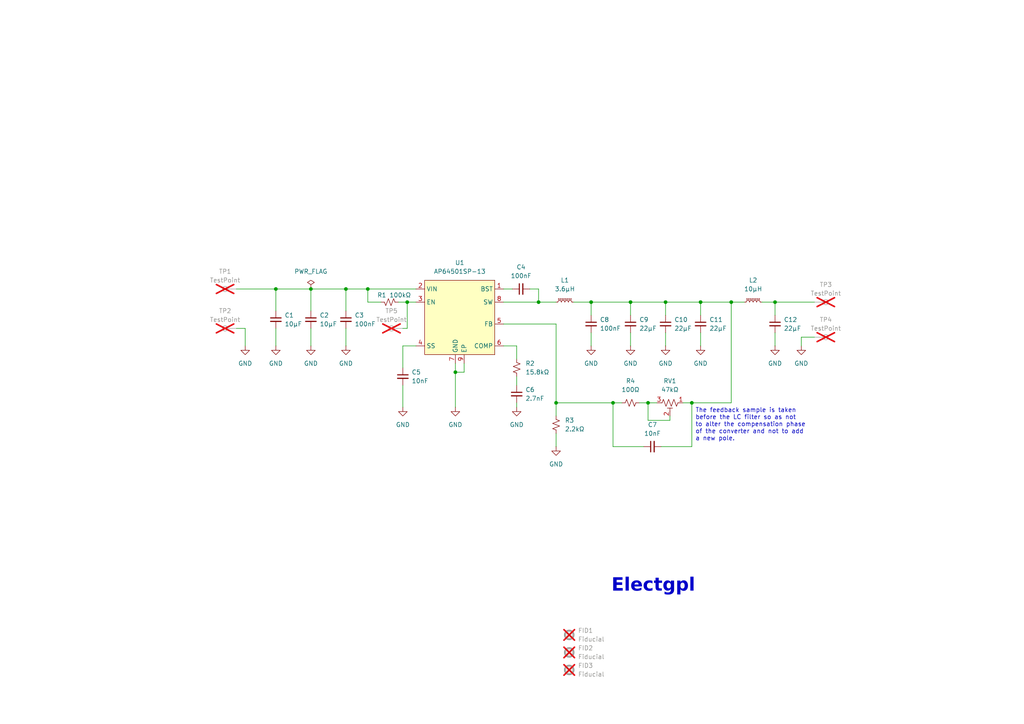
<source format=kicad_sch>
(kicad_sch (version 20250114) (generator "eeschema") (generator_version "9.0")
  (paper "A4")
  (title_block (title "EMI Spread Spectrum DCDC 5A Buck Converter") (date "2025-08-13") (rev "1.0") (company "Electgpl"))
  (lib_symbols
    (symbol "Connector:TestPoint" (pin_numbers (hide yes)) (pin_names (offset 0.762) (hide yes))
      (property "Reference" "TP" (at 0 6.858 0))
      (property "Value" "TestPoint" (at 0 5.08 0))
      (symbol "TestPoint_0_1"
        (circle (center 0 3.302) (radius 0.762))
      )
      (symbol "TestPoint_1_1"
        (pin passive line (at 0 0 90) (length 2.54) (name "1") (number "1"))
      )
    )
    (symbol "Device:C_Small" (pin_numbers (hide yes)) (pin_names (offset 0.254) (hide yes))
      (property "Reference" "C" (at 0.254 1.778 0))
      (property "Value" "C_Small" (at 0.254 -2.032 0))
      (symbol "C_Small_0_1"
        (polyline (pts (xy -1.524 0.508) (xy 1.524 0.508)) (stroke (width 0.3048)))
        (polyline (pts (xy -1.524 -0.508) (xy 1.524 -0.508)) (stroke (width 0.3302)))
      )
      (symbol "C_Small_1_1"
        (pin passive line (at 0 2.54 270) (length 2.032) (name "~") (number "1"))
        (pin passive line (at 0 -2.54 90) (length 2.032) (name "~") (number "2"))
      )
    )
    (symbol "Device:L_Ferrite_Small" (pin_numbers (hide yes)) (pin_names (offset 0.254) (hide yes))
      (property "Reference" "L" (at 1.27 1.016 0))
      (property "Value" "L_Ferrite_Small" (at 1.27 -1.27 0))
      (symbol "L_Ferrite_Small_0_1"
        (arc (start 0 2.032) (mid 0.5058 1.524) (end 0 1.016))
        (arc (start 0 1.016) (mid 0.5058 0.508) (end 0 0))
        (arc (start 0 0) (mid 0.5058 -0.508) (end 0 -1.016))
        (arc (start 0 -1.016) (mid 0.5058 -1.524) (end 0 -2.032))
        (polyline (pts (xy 0.762 1.651) (xy 0.762 1.905)))
        (polyline (pts (xy 0.762 1.143) (xy 0.762 1.397)))
        (polyline (pts (xy 0.762 0.635) (xy 0.762 0.889)))
        (polyline (pts (xy 0.762 0.127) (xy 0.762 0.381)))
        (polyline (pts (xy 0.762 -0.381) (xy 0.762 -0.127)))
        (polyline (pts (xy 0.762 -0.889) (xy 0.762 -0.635)))
        (polyline (pts (xy 0.762 -1.397) (xy 0.762 -1.143)))
        (polyline (pts (xy 0.762 -1.905) (xy 0.762 -1.651)))
        (polyline (pts (xy 1.016 1.905) (xy 1.016 1.651)))
        (polyline (pts (xy 1.016 1.397) (xy 1.016 1.143)))
        (polyline (pts (xy 1.016 0.889) (xy 1.016 0.635)))
        (polyline (pts (xy 1.016 0.381) (xy 1.016 0.127)))
        (polyline (pts (xy 1.016 -0.127) (xy 1.016 -0.381)))
        (polyline (pts (xy 1.016 -0.635) (xy 1.016 -0.889)))
        (polyline (pts (xy 1.016 -1.143) (xy 1.016 -1.397)))
        (polyline (pts (xy 1.016 -1.651) (xy 1.016 -1.905)))
      )
      (symbol "L_Ferrite_Small_1_1"
        (pin passive line (at 0 2.54 270) (length 0.508) (name "~") (number "1"))
        (pin passive line (at 0 -2.54 90) (length 0.508) (name "~") (number "2"))
      )
    )
    (symbol "Device:R_Potentiometer_Trim_US" (pin_names (offset 1.016) (hide yes))
      (property "Reference" "RV" (at -4.445 0 90))
      (property "Value" "R_Potentiometer_Trim_US" (at -2.54 0 90))
      (symbol "R_Potentiometer_Trim_US_0_1"
        (polyline (pts (xy 0 2.286) (xy 0 2.54)))
        (polyline (pts (xy 0 2.286) (xy 1.016 1.905) (xy 0 1.524) (xy -1.016 1.143) (xy 0 0.762)))
        (polyline (pts (xy 0 0.762) (xy 1.016 0.381) (xy 0 0) (xy -1.016 -0.381) (xy 0 -0.762)))
        (polyline (pts (xy 0 -0.762) (xy 1.016 -1.143) (xy 0 -1.524) (xy -1.016 -1.905) (xy 0 -2.286)))
        (polyline (pts (xy 0 -2.286) (xy 0 -2.54)))
        (polyline (pts (xy 1.524 0.762) (xy 1.524 -0.762)))
        (polyline (pts (xy 2.54 0) (xy 1.524 0)))
      )
      (symbol "R_Potentiometer_Trim_US_1_1"
        (pin passive line (at 0 3.81 270) (length 1.27) (name "1") (number "1"))
        (pin passive line (at 0 -3.81 90) (length 1.27) (name "3") (number "3"))
        (pin passive line (at 3.81 0 180) (length 1.27) (name "2") (number "2"))
      )
    )
    (symbol "Device:R_Small_US" (pin_numbers (hide yes)) (pin_names (offset 0.254) (hide yes))
      (property "Reference" "R" (at 0.762 0.508 0))
      (property "Value" "R_Small_US" (at 0.762 -1.016 0))
      (symbol "R_Small_US_1_1"
        (polyline (pts (xy 0 1.524) (xy 1.016 1.143) (xy 0 0.762) (xy -1.016 0.381) (xy 0 0)))
        (polyline (pts (xy 0 0) (xy 1.016 -0.381) (xy 0 -0.762) (xy -1.016 -1.143) (xy 0 -1.524)))
        (pin passive line (at 0 2.54 270) (length 1.016) (name "~") (number "1"))
        (pin passive line (at 0 -2.54 90) (length 1.016) (name "~") (number "2"))
      )
    )
    (symbol "Mechanical:Fiducial" (in_bom no)
      (property "Reference" "FID" (at 0 5.08 0))
      (property "Value" "Fiducial" (at 0 3.175 0))
      (symbol "Fiducial_0_1"
        (circle (center 0 0) (radius 1.27) (stroke (width 0.508)) (fill (type background)))
      )
    )
    (symbol "power:GND" (power) (pin_numbers (hide yes)) (pin_names (offset 0) (hide yes))
      (property "Value" "GND" (at 0 -3.81 0))
      (symbol "GND_0_1"
        (polyline (pts (xy 0 0) (xy 0 -1.27) (xy 1.27 -1.27) (xy 0 -2.54) (xy -1.27 -1.27) (xy 0 -1.27)))
      )
      (symbol "GND_1_1"
        (pin power_in line (at 0 0 270) (length 0) (name "~") (number "1"))
      )
    )
    (symbol "power:PWR_FLAG" (power) (pin_numbers (hide yes)) (pin_names (offset 0) (hide yes))
      (property "Value" "PWR_FLAG" (at 0 3.81 0))
      (symbol "PWR_FLAG_0_0"
        (pin power_out line (at 0 0 90) (length 0) (name "~") (number "1"))
      )
      (symbol "PWR_FLAG_0_1"
        (polyline (pts (xy 0 0) (xy 0 1.27) (xy -1.016 1.905) (xy 0 2.54) (xy 1.016 1.905) (xy 0 1.27)))
      )
    )
    (symbol "xresource_kicadlibrary:AP64501"
      (property "Reference" "U" (at 0 0 0))
      (property "Value" "AP64501" (at 0 -11.684 0))
      (symbol "AP64501_1_1"
        (rectangle (start -10.16 -1.27) (end 10.16 -22.86) (fill (type background)))
        (pin power_in line (at -12.7 -3.81 0) (length 2.54) (name "VIN") (number "2"))
        (pin input line (at -12.7 -7.62 0) (length 2.54) (name "EN") (number "3"))
        (pin input line (at -12.7 -20.32 0) (length 2.54) (name "SS") (number "4"))
        (pin power_out line (at -1.27 -25.4 90) (length 2.54) (name "GND") (number "7"))
        (pin power_out line (at 1.27 -25.4 90) (length 2.54) (name "EP") (number "9"))
        (pin input line (at 12.7 -3.81 180) (length 2.54) (name "BST") (number "1"))
        (pin power_out line (at 12.7 -7.62 180) (length 2.54) (name "SW") (number "8"))
        (pin input line (at 12.7 -13.97 180) (length 2.54) (name "FB") (number "5"))
        (pin input line (at 12.7 -20.32 180) (length 2.54) (name "COMP") (number "6"))
      )
    )
  )
  (text "Electgpl" (at 189.484 170.942 0) (effects (font (size 3.81 3.81) (bold yes))))
  (text "The feedback sample is taken \nbefore the LC filter so as not \nto alter the compensation phase \nof the converter and not to add \na new pole." (at 201.676 123.19 0) (effects (font (size 1.27 1.27)) (justify left)))
  (junction (at 106.68 83.82))
  (junction (at 161.29 116.84))
  (junction (at 187.96 116.84))
  (junction (at 177.8 116.84))
  (junction (at 132.08 107.95))
  (junction (at 156.21 87.63))
  (junction (at 212.09 87.63))
  (junction (at 90.17 83.82))
  (junction (at 224.79 87.63))
  (junction (at 100.33 83.82))
  (junction (at 171.45 87.63))
  (junction (at 182.88 87.63))
  (junction (at 200.66 116.84))
  (junction (at 203.2 87.63))
  (junction (at 193.04 87.63))
  (junction (at 80.01 83.82))
  (junction (at 118.11 87.63))
  (wire (pts (xy 146.05 100.33) (xy 149.86 100.33)))
  (wire (pts (xy 90.17 90.17) (xy 90.17 83.82)))
  (wire (pts (xy 100.33 95.25) (xy 100.33 100.33)))
  (wire (pts (xy 193.04 87.63) (xy 203.2 87.63)))
  (wire (pts (xy 203.2 87.63) (xy 212.09 87.63)))
  (wire (pts (xy 156.21 83.82) (xy 156.21 87.63)))
  (wire (pts (xy 198.12 116.84) (xy 200.66 116.84)))
  (wire (pts (xy 80.01 95.25) (xy 80.01 100.33)))
  (wire (pts (xy 203.2 96.52) (xy 203.2 100.33)))
  (wire (pts (xy 171.45 96.52) (xy 171.45 100.33)))
  (wire (pts (xy 232.41 97.79) (xy 232.41 100.33)))
  (wire (pts (xy 146.05 93.98) (xy 161.29 93.98)))
  (wire (pts (xy 161.29 125.73) (xy 161.29 129.54)))
  (wire (pts (xy 224.79 87.63) (xy 224.79 91.44)))
  (wire (pts (xy 90.17 95.25) (xy 90.17 100.33)))
  (wire (pts (xy 161.29 93.98) (xy 161.29 116.84)))
  (wire (pts (xy 132.08 105.41) (xy 132.08 107.95)))
  (wire (pts (xy 71.12 95.25) (xy 71.12 100.33)))
  (wire (pts (xy 149.86 109.22) (xy 149.86 111.76)))
  (wire (pts (xy 100.33 83.82) (xy 100.33 90.17)))
  (wire (pts (xy 193.04 96.52) (xy 193.04 100.33)))
  (wire (pts (xy 110.49 87.63) (xy 106.68 87.63)))
  (wire (pts (xy 146.05 83.82) (xy 148.59 83.82)))
  (wire (pts (xy 106.68 87.63) (xy 106.68 83.82)))
  (wire (pts (xy 171.45 87.63) (xy 182.88 87.63)))
  (wire (pts (xy 212.09 87.63) (xy 215.9 87.63)))
  (wire (pts (xy 149.86 100.33) (xy 149.86 104.14)))
  (wire (pts (xy 161.29 116.84) (xy 177.8 116.84)))
  (wire (pts (xy 224.79 87.63) (xy 236.22 87.63)))
  (wire (pts (xy 171.45 87.63) (xy 171.45 91.44)))
  (wire (pts (xy 68.58 83.82) (xy 80.01 83.82)))
  (wire (pts (xy 116.84 111.76) (xy 116.84 118.11)))
  (wire (pts (xy 118.11 95.25) (xy 118.11 87.63)))
  (wire (pts (xy 220.98 87.63) (xy 224.79 87.63)))
  (wire (pts (xy 177.8 116.84) (xy 180.34 116.84)))
  (wire (pts (xy 149.86 116.84) (xy 149.86 118.11)))
  (wire (pts (xy 194.31 121.92) (xy 187.96 121.92)))
  (wire (pts (xy 224.79 96.52) (xy 224.79 100.33)))
  (wire (pts (xy 132.08 107.95) (xy 132.08 118.11)))
  (wire (pts (xy 182.88 87.63) (xy 182.88 91.44)))
  (wire (pts (xy 236.22 97.79) (xy 232.41 97.79)))
  (wire (pts (xy 153.67 83.82) (xy 156.21 83.82)))
  (wire (pts (xy 68.58 95.25) (xy 71.12 95.25)))
  (wire (pts (xy 200.66 116.84) (xy 212.09 116.84)))
  (wire (pts (xy 116.84 100.33) (xy 116.84 106.68)))
  (wire (pts (xy 80.01 83.82) (xy 90.17 83.82)))
  (wire (pts (xy 166.37 87.63) (xy 171.45 87.63)))
  (wire (pts (xy 191.77 129.54) (xy 200.66 129.54)))
  (wire (pts (xy 120.65 100.33) (xy 116.84 100.33)))
  (wire (pts (xy 146.05 87.63) (xy 156.21 87.63)))
  (wire (pts (xy 194.31 120.65) (xy 194.31 121.92)))
  (wire (pts (xy 156.21 87.63) (xy 161.29 87.63)))
  (wire (pts (xy 212.09 116.84) (xy 212.09 87.63)))
  (wire (pts (xy 116.84 95.25) (xy 118.11 95.25)))
  (wire (pts (xy 134.62 105.41) (xy 134.62 107.95)))
  (wire (pts (xy 203.2 87.63) (xy 203.2 91.44)))
  (wire (pts (xy 193.04 87.63) (xy 193.04 91.44)))
  (wire (pts (xy 182.88 96.52) (xy 182.88 100.33)))
  (wire (pts (xy 161.29 116.84) (xy 161.29 120.65)))
  (wire (pts (xy 186.69 129.54) (xy 177.8 129.54)))
  (wire (pts (xy 106.68 83.82) (xy 100.33 83.82)))
  (wire (pts (xy 134.62 107.95) (xy 132.08 107.95)))
  (wire (pts (xy 177.8 129.54) (xy 177.8 116.84)))
  (wire (pts (xy 187.96 116.84) (xy 190.5 116.84)))
  (wire (pts (xy 90.17 83.82) (xy 100.33 83.82)))
  (wire (pts (xy 182.88 87.63) (xy 193.04 87.63)))
  (wire (pts (xy 118.11 87.63) (xy 120.65 87.63)))
  (wire (pts (xy 115.57 87.63) (xy 118.11 87.63)))
  (wire (pts (xy 200.66 129.54) (xy 200.66 116.84)))
  (wire (pts (xy 185.42 116.84) (xy 187.96 116.84)))
  (wire (pts (xy 120.65 83.82) (xy 106.68 83.82)))
  (wire (pts (xy 80.01 90.17) (xy 80.01 83.82)))
  (wire (pts (xy 187.96 121.92) (xy 187.96 116.84)))
  (symbol (lib_id "power:GND") (at 132.08 118.11 0) (unit 1)
    (property "Reference" "#PWR02" (effects (hide yes)))
    (property "Value" "GND" (at 132.08 123.19 0))
    (property "Description" "Power symbol creates a global label with name \"GND\" , ground" (effects (hide yes)))
  )
  (symbol (lib_id "power:GND") (at 203.2 100.33 0) (unit 1)
    (property "Reference" "#PWR010" (effects (hide yes)))
    (property "Value" "GND" (at 203.2 105.41 0))
    (property "Description" "Power symbol creates a global label with name \"GND\" , ground" (effects (hide yes)))
  )
  (symbol (lib_id "power:GND") (at 182.88 100.33 0) (unit 1)
    (property "Reference" "#PWR08" (effects (hide yes)))
    (property "Value" "GND" (at 182.88 105.41 0))
    (property "Description" "Power symbol creates a global label with name \"GND\" , ground" (effects (hide yes)))
  )
  (symbol (lib_id "Mechanical:Fiducial") (at 165.1 184.15 0) (unit 1) (in_bom no) (dnp yes)
    (property "Reference" "FID1" (at 167.64 182.8799 0) (effects (justify left)))
    (property "Value" "Fiducial" (at 167.64 185.4199 0) (effects (justify left)))
    (property "Footprint" "Fiducial:Fiducial_0.5mm_Mask1mm" (effects (hide yes)))
    (property "Description" "Fiducial Marker" (effects (hide yes)))
  )
  (symbol (lib_id "Device:C_Small") (at 224.79 93.98 0) (unit 1)
    (property "Reference" "C12" (at 227.33 92.7162 0) (effects (justify left)))
    (property "Value" "22µF" (at 227.33 95.2562 0) (effects (justify left)))
    (property "Footprint" "Capacitor_SMD:C_1210_3225Metric" (effects (hide yes)))
    (property "Description" "Unpolarized capacitor, small symbol" (effects (hide yes)))
    (property "MPN#" "CL32B226KOJNNNE" (effects (hide yes)))
  )
  (symbol (lib_id "power:GND") (at 232.41 100.33 0) (unit 1)
    (property "Reference" "#PWR012" (effects (hide yes)))
    (property "Value" "GND" (at 232.41 105.41 0))
    (property "Description" "Power symbol creates a global label with name \"GND\" , ground" (effects (hide yes)))
  )
  (symbol (lib_id "Connector:TestPoint") (at 236.22 97.79 270) (mirror x) (unit 1) (dnp yes)
    (property "Reference" "TP4" (at 239.522 92.71 90))
    (property "Value" "TestPoint" (at 239.522 95.25 90))
    (property "Footprint" "TestPoint:TestPoint_THTPad_2.0x2.0mm_Drill1.0mm" (effects (hide yes)))
    (property "Description" "test point" (effects (hide yes)))
  )
  (symbol (lib_id "Connector:TestPoint") (at 68.58 83.82 90) (unit 1) (dnp yes)
    (property "Reference" "TP1" (at 65.278 78.74 90))
    (property "Value" "TestPoint" (at 65.278 81.28 90))
    (property "Footprint" "TestPoint:TestPoint_THTPad_2.0x2.0mm_Drill1.0mm" (effects (hide yes)))
    (property "Description" "test point" (effects (hide yes)))
  )
  (symbol (lib_id "power:PWR_FLAG") (at 90.17 83.82 0) (unit 1)
    (property "Reference" "#FLG01" (effects (hide yes)))
    (property "Value" "PWR_FLAG" (at 90.17 78.74 0))
    (property "Description" "Special symbol for telling ERC where power comes from" (effects (hide yes)))
  )
  (symbol (lib_id "Device:C_Small") (at 171.45 93.98 0) (unit 1)
    (property "Reference" "C8" (at 173.99 92.7162 0) (effects (justify left)))
    (property "Value" "100nF" (at 173.99 95.2562 0) (effects (justify left)))
    (property "Footprint" "Capacitor_SMD:C_0603_1608Metric" (effects (hide yes)))
    (property "Description" "Unpolarized capacitor, small symbol" (effects (hide yes)))
    (property "MPN#" "885012206095" (effects (hide yes)))
  )
  (symbol (lib_id "Device:C_Small") (at 182.88 93.98 0) (unit 1)
    (property "Reference" "C9" (at 185.42 92.7162 0) (effects (justify left)))
    (property "Value" "22µF" (at 185.42 95.2562 0) (effects (justify left)))
    (property "Footprint" "Capacitor_SMD:C_1210_3225Metric" (effects (hide yes)))
    (property "Description" "Unpolarized capacitor, small symbol" (effects (hide yes)))
    (property "MPN#" "CL32B226KOJNNNE" (effects (hide yes)))
  )
  (symbol (lib_id "Device:R_Small_US") (at 161.29 123.19 0) (unit 1)
    (property "Reference" "R3" (at 163.83 121.9199 0) (effects (justify left)))
    (property "Value" "2.2kΩ" (at 163.83 124.4599 0) (effects (justify left)))
    (property "Footprint" "Resistor_SMD:R_0603_1608Metric" (effects (hide yes)))
    (property "Description" "Resistor, small US symbol" (effects (hide yes)))
    (property "MPN#" "ERA-3AEB222V" (effects (hide yes)))
  )
  (symbol (lib_id "power:GND") (at 80.01 100.33 0) (unit 1)
    (property "Reference" "#PWR06" (effects (hide yes)))
    (property "Value" "GND" (at 80.01 105.41 0))
    (property "Description" "Power symbol creates a global label with name \"GND\" , ground" (effects (hide yes)))
  )
  (symbol (lib_id "power:GND") (at 193.04 100.33 0) (unit 1)
    (property "Reference" "#PWR09" (effects (hide yes)))
    (property "Value" "GND" (at 193.04 105.41 0))
    (property "Description" "Power symbol creates a global label with name \"GND\" , ground" (effects (hide yes)))
  )
  (symbol (lib_id "Mechanical:Fiducial") (at 165.1 189.23 0) (unit 1) (in_bom no) (dnp yes)
    (property "Reference" "FID2" (at 167.64 187.9599 0) (effects (justify left)))
    (property "Value" "Fiducial" (at 167.64 190.4999 0) (effects (justify left)))
    (property "Footprint" "Fiducial:Fiducial_0.5mm_Mask1mm" (effects (hide yes)))
    (property "Description" "Fiducial Marker" (effects (hide yes)))
  )
  (symbol (lib_id "power:GND") (at 90.17 100.33 0) (unit 1)
    (property "Reference" "#PWR05" (effects (hide yes)))
    (property "Value" "GND" (at 90.17 105.41 0))
    (property "Description" "Power symbol creates a global label with name \"GND\" , ground" (effects (hide yes)))
  )
  (symbol (lib_id "Device:C_Small") (at 90.17 92.71 0) (unit 1)
    (property "Reference" "C2" (at 92.71 91.4462 0) (effects (justify left)))
    (property "Value" "10µF" (at 92.71 93.9862 0) (effects (justify left)))
    (property "Footprint" "Capacitor_SMD:C_1206_3216Metric" (effects (hide yes)))
    (property "Description" "Unpolarized capacitor, small symbol" (effects (hide yes)))
    (property "MPN#" "CL31B106KBHNNNE" (effects (hide yes)))
  )
  (symbol (lib_id "Device:R_Small_US") (at 113.03 87.63 90) (mirror x) (unit 1)
    (property "Reference" "R1" (at 110.744 85.598 90))
    (property "Value" "100kΩ" (at 116.078 85.598 90))
    (property "Footprint" "Resistor_SMD:R_0603_1608Metric" (effects (hide yes)))
    (property "Description" "Resistor, small US symbol" (effects (hide yes)))
    (property "MPN#" "CRCW0603100KFKEA" (effects (hide yes)))
  )
  (symbol (lib_id "Mechanical:Fiducial") (at 165.1 194.31 0) (unit 1) (in_bom no) (dnp yes)
    (property "Reference" "FID3" (at 167.64 193.0399 0) (effects (justify left)))
    (property "Value" "Fiducial" (at 167.64 195.5799 0) (effects (justify left)))
    (property "Footprint" "Fiducial:Fiducial_0.5mm_Mask1mm" (effects (hide yes)))
    (property "Description" "Fiducial Marker" (effects (hide yes)))
  )
  (symbol (lib_id "Device:R_Potentiometer_Trim_US") (at 194.31 116.84 270) (unit 1)
    (property "Reference" "RV1" (at 194.31 110.49 90))
    (property "Value" "47kΩ" (at 194.31 113.03 90))
    (property "Footprint" "Potentiometer_SMD:Potentiometer_Bourns_TC33X_Vertical" (effects (hide yes)))
    (property "Description" "Trim-potentiometer, US symbol" (effects (hide yes)))
    (property "MPN#" "TC33X-1-473E" (effects (hide yes)))
  )
  (symbol (lib_id "power:GND") (at 224.79 100.33 0) (unit 1)
    (property "Reference" "#PWR014" (effects (hide yes)))
    (property "Value" "GND" (at 224.79 105.41 0))
    (property "Description" "Power symbol creates a global label with name \"GND\" , ground" (effects (hide yes)))
  )
  (symbol (lib_id "Device:R_Small_US") (at 149.86 106.68 0) (unit 1)
    (property "Reference" "R2" (at 152.4 105.4099 0) (effects (justify left)))
    (property "Value" "15.8kΩ" (at 152.4 107.9499 0) (effects (justify left)))
    (property "Footprint" "Resistor_SMD:R_0603_1608Metric" (effects (hide yes)))
    (property "Description" "Resistor, small US symbol" (effects (hide yes)))
    (property "MPN#" "CR0603-FX-1582ELF " (effects (hide yes)))
  )
  (symbol (lib_id "Device:C_Small") (at 203.2 93.98 0) (unit 1)
    (property "Reference" "C11" (at 205.74 92.7162 0) (effects (justify left)))
    (property "Value" "22µF" (at 205.74 95.2562 0) (effects (justify left)))
    (property "Footprint" "Capacitor_SMD:C_1210_3225Metric" (effects (hide yes)))
    (property "Description" "Unpolarized capacitor, small symbol" (effects (hide yes)))
    (property "MPN#" "CL32B226KOJNNNE" (effects (hide yes)))
  )
  (symbol (lib_id "power:GND") (at 71.12 100.33 0) (unit 1)
    (property "Reference" "#PWR013" (effects (hide yes)))
    (property "Value" "GND" (at 71.12 105.41 0))
    (property "Description" "Power symbol creates a global label with name \"GND\" , ground" (effects (hide yes)))
  )
  (symbol (lib_id "Connector:TestPoint") (at 68.58 95.25 90) (unit 1) (dnp yes)
    (property "Reference" "TP2" (at 65.278 90.17 90))
    (property "Value" "TestPoint" (at 65.278 92.71 90))
    (property "Footprint" "TestPoint:TestPoint_THTPad_2.0x2.0mm_Drill1.0mm" (effects (hide yes)))
    (property "Description" "test point" (effects (hide yes)))
  )
  (symbol (lib_id "Connector:TestPoint") (at 236.22 87.63 270) (mirror x) (unit 1) (dnp yes)
    (property "Reference" "TP3" (at 239.522 82.55 90))
    (property "Value" "TestPoint" (at 239.522 85.09 90))
    (property "Footprint" "TestPoint:TestPoint_THTPad_2.0x2.0mm_Drill1.0mm" (effects (hide yes)))
    (property "Description" "test point" (effects (hide yes)))
  )
  (symbol (lib_id "Device:C_Small") (at 100.33 92.71 0) (unit 1)
    (property "Reference" "C3" (at 102.87 91.4462 0) (effects (justify left)))
    (property "Value" "100nF" (at 102.87 93.9862 0) (effects (justify left)))
    (property "Footprint" "Capacitor_SMD:C_0603_1608Metric" (effects (hide yes)))
    (property "Description" "Unpolarized capacitor, small symbol" (effects (hide yes)))
    (property "MPN#" "885012206095" (effects (hide yes)))
  )
  (symbol (lib_id "Device:C_Small") (at 116.84 109.22 0) (unit 1)
    (property "Reference" "C5" (at 119.38 107.9562 0) (effects (justify left)))
    (property "Value" "10nF" (at 119.38 110.4962 0) (effects (justify left)))
    (property "Footprint" "Capacitor_SMD:C_0603_1608Metric" (effects (hide yes)))
    (property "Description" "Unpolarized capacitor, small symbol" (effects (hide yes)))
    (property "MPN#" "885012206065" (effects (hide yes)))
  )
  (symbol (lib_id "Device:C_Small") (at 189.23 129.54 90) (unit 1)
    (property "Reference" "C7" (at 189.2363 123.19 90))
    (property "Value" "10nF" (at 189.2363 125.73 90))
    (property "Footprint" "Capacitor_SMD:C_0603_1608Metric" (effects (hide yes)))
    (property "Description" "Unpolarized capacitor, small symbol" (effects (hide yes)))
    (property "MPN#" "885012206065" (effects (hide yes)))
  )
  (symbol (lib_id "xresource_kicadlibrary:AP64501") (at 133.35 80.01 0) (unit 1)
    (property "Reference" "U1" (at 133.35 76.2 0))
    (property "Value" "AP64501SP-13" (at 133.35 78.74 0))
    (property "Footprint" "Package_SO:Diodes_SO-8EP" (effects (hide yes)))
    (property "Datasheet" "https://www.diodes.com/datasheet/download/AP64501.pdf" (effects (hide yes)))
    (property "Description" "3.8V TO 40V INPUT, 5A LOW IQ SYNCHRONOUS BUCK WITH PROGRAMMABLE SOFT-START TIME" (effects (hide yes)))
    (property "EVM" "https://www.diodes.com/assets/Evaluation-Boards/AP64501SP-EVM-User-Guide.pdf" (effects (hide yes)))
    (property "MPN#" "AP64501SP-13" (effects (hide yes)))
  )
  (symbol (lib_id "Device:C_Small") (at 80.01 92.71 0) (unit 1)
    (property "Reference" "C1" (at 82.55 91.4462 0) (effects (justify left)))
    (property "Value" "10µF" (at 82.55 93.9862 0) (effects (justify left)))
    (property "Footprint" "Capacitor_SMD:C_1206_3216Metric" (effects (hide yes)))
    (property "Description" "Unpolarized capacitor, small symbol" (effects (hide yes)))
    (property "MPN#" "CL31B106KBHNNNE" (effects (hide yes)))
  )
  (symbol (lib_id "Device:L_Ferrite_Small") (at 218.44 87.63 90) (unit 1)
    (property "Reference" "L2" (at 218.44 81.28 90))
    (property "Value" "10µH" (at 218.44 83.82 90))
    (property "Footprint" "Inductor_SMD:L_Wuerth_HCM-7050" (effects (hide yes)))
    (property "Description" "Inductor with ferrite core, small symbol" (effects (hide yes)))
    (property "MPN#" "SRP7050AA-100M" (effects (hide yes)))
  )
  (symbol (lib_id "Device:L_Ferrite_Small") (at 163.83 87.63 90) (unit 1)
    (property "Reference" "L1" (at 163.83 81.28 90))
    (property "Value" "3.6µH" (at 163.83 83.82 90))
    (property "Footprint" "Inductor_SMD:L_Vishay_IHLP-4040" (effects (hide yes)))
    (property "Description" "Inductor with ferrite core, small symbol" (effects (hide yes)))
    (property "MPN#" "7447797360" (effects (hide yes)))
  )
  (symbol (lib_id "Connector:TestPoint") (at 116.84 95.25 90) (unit 1) (dnp yes)
    (property "Reference" "TP5" (at 113.538 90.17 90))
    (property "Value" "TestPoint" (at 113.538 92.71 90))
    (property "Footprint" "TestPoint:TestPoint_Pad_D1.5mm" (effects (hide yes)))
    (property "Description" "test point" (effects (hide yes)))
  )
  (symbol (lib_id "Device:C_Small") (at 149.86 114.3 0) (unit 1)
    (property "Reference" "C6" (at 152.4 113.0362 0) (effects (justify left)))
    (property "Value" "2.7nF" (at 152.4 115.5762 0) (effects (justify left)))
    (property "Footprint" "Capacitor_SMD:C_0603_1608Metric" (effects (hide yes)))
    (property "Description" "Unpolarized capacitor, small symbol" (effects (hide yes)))
    (property "MPN#" "GRM1885C1H272JA01D " (effects (hide yes)))
  )
  (symbol (lib_id "Device:C_Small") (at 193.04 93.98 0) (unit 1)
    (property "Reference" "C10" (at 195.58 92.7162 0) (effects (justify left)))
    (property "Value" "22µF" (at 195.58 95.2562 0) (effects (justify left)))
    (property "Footprint" "Capacitor_SMD:C_1210_3225Metric" (effects (hide yes)))
    (property "Description" "Unpolarized capacitor, small symbol" (effects (hide yes)))
    (property "MPN#" "CL32B226KOJNNNE" (effects (hide yes)))
  )
  (symbol (lib_id "Device:R_Small_US") (at 182.88 116.84 90) (unit 1)
    (property "Reference" "R4" (at 182.88 110.49 90))
    (property "Value" "100Ω" (at 182.88 113.03 90))
    (property "Footprint" "Resistor_SMD:R_0603_1608Metric" (effects (hide yes)))
    (property "Description" "Resistor, small US symbol" (effects (hide yes)))
    (property "MPN#" "AT0603DRD07100RL" (effects (hide yes)))
  )
  (symbol (lib_id "power:GND") (at 149.86 118.11 0) (unit 1)
    (property "Reference" "#PWR01" (effects (hide yes)))
    (property "Value" "GND" (at 149.86 123.19 0))
    (property "Description" "Power symbol creates a global label with name \"GND\" , ground" (effects (hide yes)))
  )
  (symbol (lib_id "Device:C_Small") (at 151.13 83.82 90) (unit 1)
    (property "Reference" "C4" (at 151.1363 77.47 90))
    (property "Value" "100nF" (at 151.1363 80.01 90))
    (property "Footprint" "Capacitor_SMD:C_0603_1608Metric" (effects (hide yes)))
    (property "Description" "Unpolarized capacitor, small symbol" (effects (hide yes)))
    (property "MPN#" "885012206095" (effects (hide yes)))
  )
  (symbol (lib_id "power:GND") (at 171.45 100.33 0) (unit 1)
    (property "Reference" "#PWR07" (effects (hide yes)))
    (property "Value" "GND" (at 171.45 105.41 0))
    (property "Description" "Power symbol creates a global label with name \"GND\" , ground" (effects (hide yes)))
  )
  (symbol (lib_id "power:GND") (at 100.33 100.33 0) (unit 1)
    (property "Reference" "#PWR04" (effects (hide yes)))
    (property "Value" "GND" (at 100.33 105.41 0))
    (property "Description" "Power symbol creates a global label with name \"GND\" , ground" (effects (hide yes)))
  )
  (symbol (lib_id "power:GND") (at 161.29 129.54 0) (unit 1)
    (property "Reference" "#PWR011" (effects (hide yes)))
    (property "Value" "GND" (at 161.29 134.62 0))
    (property "Description" "Power symbol creates a global label with name \"GND\" , ground" (effects (hide yes)))
  )
  (symbol (lib_id "power:GND") (at 116.84 118.11 0) (unit 1)
    (property "Reference" "#PWR03" (effects (hide yes)))
    (property "Value" "GND" (at 116.84 123.19 0))
    (property "Description" "Power symbol creates a global label with name \"GND\" , ground" (effects (hide yes)))
  )
)
</source>
